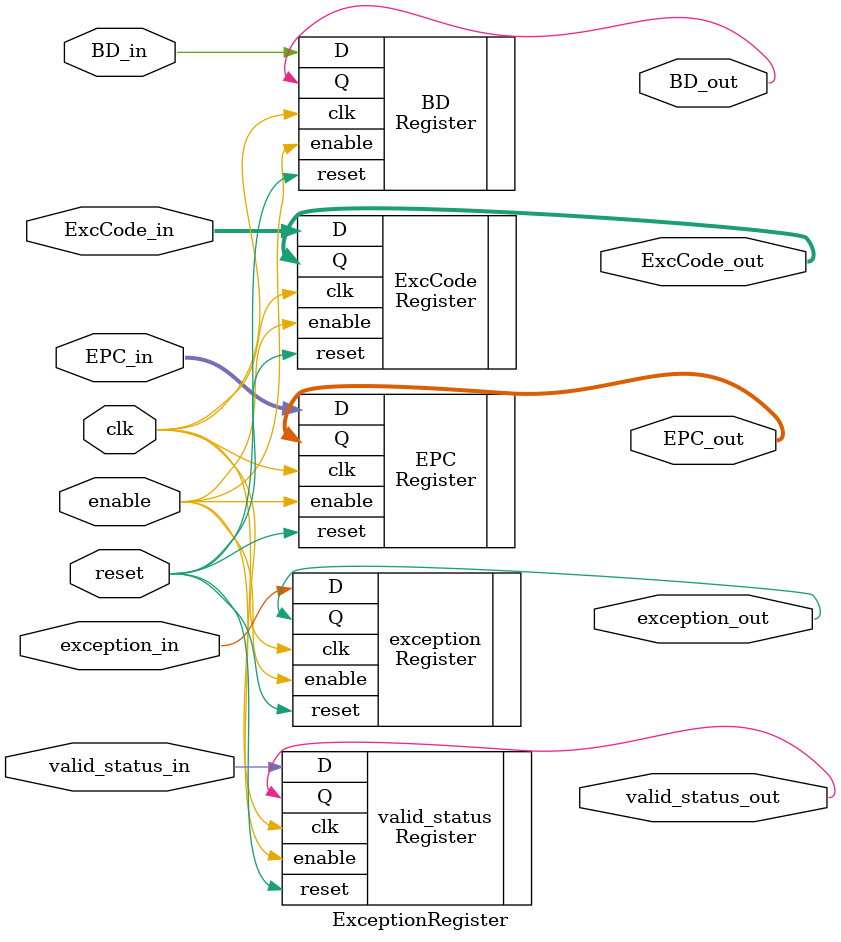
<source format=v>
/*
 * File: Utility.ExceptionRegister.v
 * Register that contains several registers for caching information useful when
 *  exception is encountered
*/
module ExceptionRegister(
    input           clk,
    input           reset,
    input           enable,
    input           exception_in,
    input[31:0]     EPC_in,
    input[4:0]      ExcCode_in,
    input           BD_in,
    input           valid_status_in,
    output          exception_out,
    output[31:0]    EPC_out,
    output[4:0]     ExcCode_out,
    output          BD_out,
    output          valid_status_out
);
    // An exception has been thrown if and only if exception is 1
    // If exception is 0, other fields may still contains valid value but
    //  are meaningless.
    Register#(1,1'b0)exception(
        .D(exception_in), .clk(clk), .reset(reset), .enable(enable), .Q(exception_out)
    );
    Register#(32,32'd0)EPC(
        .D(EPC_in), .clk(clk), .reset(reset), .enable(enable), .Q(EPC_out)
    );
    Register#(5,5'd0)ExcCode(
        .D(ExcCode_in), .clk(clk), .reset(reset), .enable(enable), .Q(ExcCode_out)
    );
    Register#(1,1'b0)BD(
        .D(BD_in), .clk(clk), .reset(reset), .enable(enable), .Q(BD_out)
    );
    Register#(1,1'b0)valid_status(
        .D(valid_status_in), .clk(clk), .reset(reset), .enable(enable), .Q(valid_status_out)
    );
endmodule

</source>
